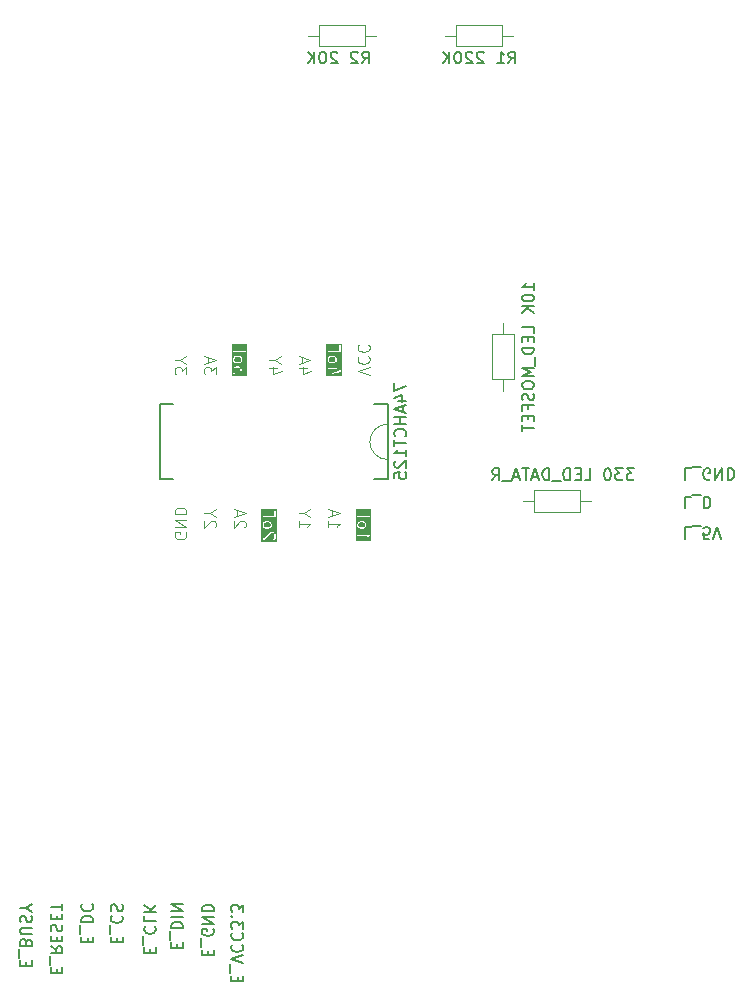
<source format=gbo>
G04 #@! TF.GenerationSoftware,KiCad,Pcbnew,9.0.0*
G04 #@! TF.CreationDate,2025-04-11T21:54:49+02:00*
G04 #@! TF.ProjectId,eConBadge,65436f6e-4261-4646-9765-2e6b69636164,rev?*
G04 #@! TF.SameCoordinates,Original*
G04 #@! TF.FileFunction,Legend,Bot*
G04 #@! TF.FilePolarity,Positive*
%FSLAX46Y46*%
G04 Gerber Fmt 4.6, Leading zero omitted, Abs format (unit mm)*
G04 Created by KiCad (PCBNEW 9.0.0) date 2025-04-11 21:54:49*
%MOMM*%
%LPD*%
G01*
G04 APERTURE LIST*
%ADD10C,0.150000*%
%ADD11C,0.100000*%
%ADD12C,0.127000*%
%ADD13C,0.120000*%
%ADD14C,1.400000*%
%ADD15C,1.550000*%
%ADD16C,1.600000*%
%ADD17R,1.980000X1.980000*%
%ADD18C,1.980000*%
%ADD19R,1.700000X1.700000*%
%ADD20O,1.700000X1.700000*%
%ADD21R,1.500000X1.500000*%
%ADD22R,1.200000X2.000000*%
%ADD23O,1.200000X2.000000*%
%ADD24O,1.400000X1.400000*%
G04 APERTURE END LIST*
D10*
X149953990Y-95963220D02*
X149953990Y-95629887D01*
X149430180Y-95487030D02*
X149430180Y-95963220D01*
X149430180Y-95963220D02*
X150430180Y-95963220D01*
X150430180Y-95963220D02*
X150430180Y-95487030D01*
X149334942Y-95296554D02*
X149334942Y-94534649D01*
X150382561Y-93772744D02*
X150430180Y-93867982D01*
X150430180Y-93867982D02*
X150430180Y-94010839D01*
X150430180Y-94010839D02*
X150382561Y-94153696D01*
X150382561Y-94153696D02*
X150287323Y-94248934D01*
X150287323Y-94248934D02*
X150192085Y-94296553D01*
X150192085Y-94296553D02*
X150001609Y-94344172D01*
X150001609Y-94344172D02*
X149858752Y-94344172D01*
X149858752Y-94344172D02*
X149668276Y-94296553D01*
X149668276Y-94296553D02*
X149573038Y-94248934D01*
X149573038Y-94248934D02*
X149477800Y-94153696D01*
X149477800Y-94153696D02*
X149430180Y-94010839D01*
X149430180Y-94010839D02*
X149430180Y-93915601D01*
X149430180Y-93915601D02*
X149477800Y-93772744D01*
X149477800Y-93772744D02*
X149525419Y-93725125D01*
X149525419Y-93725125D02*
X149858752Y-93725125D01*
X149858752Y-93725125D02*
X149858752Y-93915601D01*
X149430180Y-93296553D02*
X150430180Y-93296553D01*
X150430180Y-93296553D02*
X149430180Y-92725125D01*
X149430180Y-92725125D02*
X150430180Y-92725125D01*
X149430180Y-92248934D02*
X150430180Y-92248934D01*
X150430180Y-92248934D02*
X150430180Y-92010839D01*
X150430180Y-92010839D02*
X150382561Y-91867982D01*
X150382561Y-91867982D02*
X150287323Y-91772744D01*
X150287323Y-91772744D02*
X150192085Y-91725125D01*
X150192085Y-91725125D02*
X150001609Y-91677506D01*
X150001609Y-91677506D02*
X149858752Y-91677506D01*
X149858752Y-91677506D02*
X149668276Y-91725125D01*
X149668276Y-91725125D02*
X149573038Y-91772744D01*
X149573038Y-91772744D02*
X149477800Y-91867982D01*
X149477800Y-91867982D02*
X149430180Y-92010839D01*
X149430180Y-92010839D02*
X149430180Y-92248934D01*
X190812969Y-59730180D02*
X190336779Y-59730180D01*
X190336779Y-59730180D02*
X190336779Y-60730180D01*
X190908208Y-59634942D02*
X191670112Y-59634942D01*
X192384398Y-60730180D02*
X191908208Y-60730180D01*
X191908208Y-60730180D02*
X191860589Y-60253990D01*
X191860589Y-60253990D02*
X191908208Y-60301609D01*
X191908208Y-60301609D02*
X192003446Y-60349228D01*
X192003446Y-60349228D02*
X192241541Y-60349228D01*
X192241541Y-60349228D02*
X192336779Y-60301609D01*
X192336779Y-60301609D02*
X192384398Y-60253990D01*
X192384398Y-60253990D02*
X192432017Y-60158752D01*
X192432017Y-60158752D02*
X192432017Y-59920657D01*
X192432017Y-59920657D02*
X192384398Y-59825419D01*
X192384398Y-59825419D02*
X192336779Y-59777800D01*
X192336779Y-59777800D02*
X192241541Y-59730180D01*
X192241541Y-59730180D02*
X192003446Y-59730180D01*
X192003446Y-59730180D02*
X191908208Y-59777800D01*
X191908208Y-59777800D02*
X191860589Y-59825419D01*
X192717732Y-60730180D02*
X193051065Y-59730180D01*
X193051065Y-59730180D02*
X193384398Y-60730180D01*
X142253990Y-94863220D02*
X142253990Y-94529887D01*
X141730180Y-94387030D02*
X141730180Y-94863220D01*
X141730180Y-94863220D02*
X142730180Y-94863220D01*
X142730180Y-94863220D02*
X142730180Y-94387030D01*
X141634942Y-94196554D02*
X141634942Y-93434649D01*
X141825419Y-92625125D02*
X141777800Y-92672744D01*
X141777800Y-92672744D02*
X141730180Y-92815601D01*
X141730180Y-92815601D02*
X141730180Y-92910839D01*
X141730180Y-92910839D02*
X141777800Y-93053696D01*
X141777800Y-93053696D02*
X141873038Y-93148934D01*
X141873038Y-93148934D02*
X141968276Y-93196553D01*
X141968276Y-93196553D02*
X142158752Y-93244172D01*
X142158752Y-93244172D02*
X142301609Y-93244172D01*
X142301609Y-93244172D02*
X142492085Y-93196553D01*
X142492085Y-93196553D02*
X142587323Y-93148934D01*
X142587323Y-93148934D02*
X142682561Y-93053696D01*
X142682561Y-93053696D02*
X142730180Y-92910839D01*
X142730180Y-92910839D02*
X142730180Y-92815601D01*
X142730180Y-92815601D02*
X142682561Y-92672744D01*
X142682561Y-92672744D02*
X142634942Y-92625125D01*
X141777800Y-92244172D02*
X141730180Y-92101315D01*
X141730180Y-92101315D02*
X141730180Y-91863220D01*
X141730180Y-91863220D02*
X141777800Y-91767982D01*
X141777800Y-91767982D02*
X141825419Y-91720363D01*
X141825419Y-91720363D02*
X141920657Y-91672744D01*
X141920657Y-91672744D02*
X142015895Y-91672744D01*
X142015895Y-91672744D02*
X142111133Y-91720363D01*
X142111133Y-91720363D02*
X142158752Y-91767982D01*
X142158752Y-91767982D02*
X142206371Y-91863220D01*
X142206371Y-91863220D02*
X142253990Y-92053696D01*
X142253990Y-92053696D02*
X142301609Y-92148934D01*
X142301609Y-92148934D02*
X142349228Y-92196553D01*
X142349228Y-92196553D02*
X142444466Y-92244172D01*
X142444466Y-92244172D02*
X142539704Y-92244172D01*
X142539704Y-92244172D02*
X142634942Y-92196553D01*
X142634942Y-92196553D02*
X142682561Y-92148934D01*
X142682561Y-92148934D02*
X142730180Y-92053696D01*
X142730180Y-92053696D02*
X142730180Y-91815601D01*
X142730180Y-91815601D02*
X142682561Y-91672744D01*
X137153990Y-97463220D02*
X137153990Y-97129887D01*
X136630180Y-96987030D02*
X136630180Y-97463220D01*
X136630180Y-97463220D02*
X137630180Y-97463220D01*
X137630180Y-97463220D02*
X137630180Y-96987030D01*
X136534942Y-96796554D02*
X136534942Y-96034649D01*
X136630180Y-95225125D02*
X137106371Y-95558458D01*
X136630180Y-95796553D02*
X137630180Y-95796553D01*
X137630180Y-95796553D02*
X137630180Y-95415601D01*
X137630180Y-95415601D02*
X137582561Y-95320363D01*
X137582561Y-95320363D02*
X137534942Y-95272744D01*
X137534942Y-95272744D02*
X137439704Y-95225125D01*
X137439704Y-95225125D02*
X137296847Y-95225125D01*
X137296847Y-95225125D02*
X137201609Y-95272744D01*
X137201609Y-95272744D02*
X137153990Y-95320363D01*
X137153990Y-95320363D02*
X137106371Y-95415601D01*
X137106371Y-95415601D02*
X137106371Y-95796553D01*
X137153990Y-94796553D02*
X137153990Y-94463220D01*
X136630180Y-94320363D02*
X136630180Y-94796553D01*
X136630180Y-94796553D02*
X137630180Y-94796553D01*
X137630180Y-94796553D02*
X137630180Y-94320363D01*
X136677800Y-93939410D02*
X136630180Y-93796553D01*
X136630180Y-93796553D02*
X136630180Y-93558458D01*
X136630180Y-93558458D02*
X136677800Y-93463220D01*
X136677800Y-93463220D02*
X136725419Y-93415601D01*
X136725419Y-93415601D02*
X136820657Y-93367982D01*
X136820657Y-93367982D02*
X136915895Y-93367982D01*
X136915895Y-93367982D02*
X137011133Y-93415601D01*
X137011133Y-93415601D02*
X137058752Y-93463220D01*
X137058752Y-93463220D02*
X137106371Y-93558458D01*
X137106371Y-93558458D02*
X137153990Y-93748934D01*
X137153990Y-93748934D02*
X137201609Y-93844172D01*
X137201609Y-93844172D02*
X137249228Y-93891791D01*
X137249228Y-93891791D02*
X137344466Y-93939410D01*
X137344466Y-93939410D02*
X137439704Y-93939410D01*
X137439704Y-93939410D02*
X137534942Y-93891791D01*
X137534942Y-93891791D02*
X137582561Y-93844172D01*
X137582561Y-93844172D02*
X137630180Y-93748934D01*
X137630180Y-93748934D02*
X137630180Y-93510839D01*
X137630180Y-93510839D02*
X137582561Y-93367982D01*
X137153990Y-92939410D02*
X137153990Y-92606077D01*
X136630180Y-92463220D02*
X136630180Y-92939410D01*
X136630180Y-92939410D02*
X137630180Y-92939410D01*
X137630180Y-92939410D02*
X137630180Y-92463220D01*
X137630180Y-92177505D02*
X137630180Y-91606077D01*
X136630180Y-91891791D02*
X137630180Y-91891791D01*
X134553990Y-96863220D02*
X134553990Y-96529887D01*
X134030180Y-96387030D02*
X134030180Y-96863220D01*
X134030180Y-96863220D02*
X135030180Y-96863220D01*
X135030180Y-96863220D02*
X135030180Y-96387030D01*
X133934942Y-96196554D02*
X133934942Y-95434649D01*
X134553990Y-94863220D02*
X134506371Y-94720363D01*
X134506371Y-94720363D02*
X134458752Y-94672744D01*
X134458752Y-94672744D02*
X134363514Y-94625125D01*
X134363514Y-94625125D02*
X134220657Y-94625125D01*
X134220657Y-94625125D02*
X134125419Y-94672744D01*
X134125419Y-94672744D02*
X134077800Y-94720363D01*
X134077800Y-94720363D02*
X134030180Y-94815601D01*
X134030180Y-94815601D02*
X134030180Y-95196553D01*
X134030180Y-95196553D02*
X135030180Y-95196553D01*
X135030180Y-95196553D02*
X135030180Y-94863220D01*
X135030180Y-94863220D02*
X134982561Y-94767982D01*
X134982561Y-94767982D02*
X134934942Y-94720363D01*
X134934942Y-94720363D02*
X134839704Y-94672744D01*
X134839704Y-94672744D02*
X134744466Y-94672744D01*
X134744466Y-94672744D02*
X134649228Y-94720363D01*
X134649228Y-94720363D02*
X134601609Y-94767982D01*
X134601609Y-94767982D02*
X134553990Y-94863220D01*
X134553990Y-94863220D02*
X134553990Y-95196553D01*
X135030180Y-94196553D02*
X134220657Y-94196553D01*
X134220657Y-94196553D02*
X134125419Y-94148934D01*
X134125419Y-94148934D02*
X134077800Y-94101315D01*
X134077800Y-94101315D02*
X134030180Y-94006077D01*
X134030180Y-94006077D02*
X134030180Y-93815601D01*
X134030180Y-93815601D02*
X134077800Y-93720363D01*
X134077800Y-93720363D02*
X134125419Y-93672744D01*
X134125419Y-93672744D02*
X134220657Y-93625125D01*
X134220657Y-93625125D02*
X135030180Y-93625125D01*
X134077800Y-93196553D02*
X134030180Y-93053696D01*
X134030180Y-93053696D02*
X134030180Y-92815601D01*
X134030180Y-92815601D02*
X134077800Y-92720363D01*
X134077800Y-92720363D02*
X134125419Y-92672744D01*
X134125419Y-92672744D02*
X134220657Y-92625125D01*
X134220657Y-92625125D02*
X134315895Y-92625125D01*
X134315895Y-92625125D02*
X134411133Y-92672744D01*
X134411133Y-92672744D02*
X134458752Y-92720363D01*
X134458752Y-92720363D02*
X134506371Y-92815601D01*
X134506371Y-92815601D02*
X134553990Y-93006077D01*
X134553990Y-93006077D02*
X134601609Y-93101315D01*
X134601609Y-93101315D02*
X134649228Y-93148934D01*
X134649228Y-93148934D02*
X134744466Y-93196553D01*
X134744466Y-93196553D02*
X134839704Y-93196553D01*
X134839704Y-93196553D02*
X134934942Y-93148934D01*
X134934942Y-93148934D02*
X134982561Y-93101315D01*
X134982561Y-93101315D02*
X135030180Y-93006077D01*
X135030180Y-93006077D02*
X135030180Y-92767982D01*
X135030180Y-92767982D02*
X134982561Y-92625125D01*
X134506371Y-92006077D02*
X134030180Y-92006077D01*
X135030180Y-92339410D02*
X134506371Y-92006077D01*
X134506371Y-92006077D02*
X135030180Y-91672744D01*
X139753990Y-94863220D02*
X139753990Y-94529887D01*
X139230180Y-94387030D02*
X139230180Y-94863220D01*
X139230180Y-94863220D02*
X140230180Y-94863220D01*
X140230180Y-94863220D02*
X140230180Y-94387030D01*
X139134942Y-94196554D02*
X139134942Y-93434649D01*
X139230180Y-93196553D02*
X140230180Y-93196553D01*
X140230180Y-93196553D02*
X140230180Y-92958458D01*
X140230180Y-92958458D02*
X140182561Y-92815601D01*
X140182561Y-92815601D02*
X140087323Y-92720363D01*
X140087323Y-92720363D02*
X139992085Y-92672744D01*
X139992085Y-92672744D02*
X139801609Y-92625125D01*
X139801609Y-92625125D02*
X139658752Y-92625125D01*
X139658752Y-92625125D02*
X139468276Y-92672744D01*
X139468276Y-92672744D02*
X139373038Y-92720363D01*
X139373038Y-92720363D02*
X139277800Y-92815601D01*
X139277800Y-92815601D02*
X139230180Y-92958458D01*
X139230180Y-92958458D02*
X139230180Y-93196553D01*
X139325419Y-91625125D02*
X139277800Y-91672744D01*
X139277800Y-91672744D02*
X139230180Y-91815601D01*
X139230180Y-91815601D02*
X139230180Y-91910839D01*
X139230180Y-91910839D02*
X139277800Y-92053696D01*
X139277800Y-92053696D02*
X139373038Y-92148934D01*
X139373038Y-92148934D02*
X139468276Y-92196553D01*
X139468276Y-92196553D02*
X139658752Y-92244172D01*
X139658752Y-92244172D02*
X139801609Y-92244172D01*
X139801609Y-92244172D02*
X139992085Y-92196553D01*
X139992085Y-92196553D02*
X140087323Y-92148934D01*
X140087323Y-92148934D02*
X140182561Y-92053696D01*
X140182561Y-92053696D02*
X140230180Y-91910839D01*
X140230180Y-91910839D02*
X140230180Y-91815601D01*
X140230180Y-91815601D02*
X140182561Y-91672744D01*
X140182561Y-91672744D02*
X140134942Y-91625125D01*
X152453990Y-98163220D02*
X152453990Y-97829887D01*
X151930180Y-97687030D02*
X151930180Y-98163220D01*
X151930180Y-98163220D02*
X152930180Y-98163220D01*
X152930180Y-98163220D02*
X152930180Y-97687030D01*
X151834942Y-97496554D02*
X151834942Y-96734649D01*
X152930180Y-96639410D02*
X151930180Y-96306077D01*
X151930180Y-96306077D02*
X152930180Y-95972744D01*
X152025419Y-95067982D02*
X151977800Y-95115601D01*
X151977800Y-95115601D02*
X151930180Y-95258458D01*
X151930180Y-95258458D02*
X151930180Y-95353696D01*
X151930180Y-95353696D02*
X151977800Y-95496553D01*
X151977800Y-95496553D02*
X152073038Y-95591791D01*
X152073038Y-95591791D02*
X152168276Y-95639410D01*
X152168276Y-95639410D02*
X152358752Y-95687029D01*
X152358752Y-95687029D02*
X152501609Y-95687029D01*
X152501609Y-95687029D02*
X152692085Y-95639410D01*
X152692085Y-95639410D02*
X152787323Y-95591791D01*
X152787323Y-95591791D02*
X152882561Y-95496553D01*
X152882561Y-95496553D02*
X152930180Y-95353696D01*
X152930180Y-95353696D02*
X152930180Y-95258458D01*
X152930180Y-95258458D02*
X152882561Y-95115601D01*
X152882561Y-95115601D02*
X152834942Y-95067982D01*
X152025419Y-94067982D02*
X151977800Y-94115601D01*
X151977800Y-94115601D02*
X151930180Y-94258458D01*
X151930180Y-94258458D02*
X151930180Y-94353696D01*
X151930180Y-94353696D02*
X151977800Y-94496553D01*
X151977800Y-94496553D02*
X152073038Y-94591791D01*
X152073038Y-94591791D02*
X152168276Y-94639410D01*
X152168276Y-94639410D02*
X152358752Y-94687029D01*
X152358752Y-94687029D02*
X152501609Y-94687029D01*
X152501609Y-94687029D02*
X152692085Y-94639410D01*
X152692085Y-94639410D02*
X152787323Y-94591791D01*
X152787323Y-94591791D02*
X152882561Y-94496553D01*
X152882561Y-94496553D02*
X152930180Y-94353696D01*
X152930180Y-94353696D02*
X152930180Y-94258458D01*
X152930180Y-94258458D02*
X152882561Y-94115601D01*
X152882561Y-94115601D02*
X152834942Y-94067982D01*
X152930180Y-93734648D02*
X152930180Y-93115601D01*
X152930180Y-93115601D02*
X152549228Y-93448934D01*
X152549228Y-93448934D02*
X152549228Y-93306077D01*
X152549228Y-93306077D02*
X152501609Y-93210839D01*
X152501609Y-93210839D02*
X152453990Y-93163220D01*
X152453990Y-93163220D02*
X152358752Y-93115601D01*
X152358752Y-93115601D02*
X152120657Y-93115601D01*
X152120657Y-93115601D02*
X152025419Y-93163220D01*
X152025419Y-93163220D02*
X151977800Y-93210839D01*
X151977800Y-93210839D02*
X151930180Y-93306077D01*
X151930180Y-93306077D02*
X151930180Y-93591791D01*
X151930180Y-93591791D02*
X151977800Y-93687029D01*
X151977800Y-93687029D02*
X152025419Y-93734648D01*
X152025419Y-92687029D02*
X151977800Y-92639410D01*
X151977800Y-92639410D02*
X151930180Y-92687029D01*
X151930180Y-92687029D02*
X151977800Y-92734648D01*
X151977800Y-92734648D02*
X152025419Y-92687029D01*
X152025419Y-92687029D02*
X151930180Y-92687029D01*
X152930180Y-92306077D02*
X152930180Y-91687030D01*
X152930180Y-91687030D02*
X152549228Y-92020363D01*
X152549228Y-92020363D02*
X152549228Y-91877506D01*
X152549228Y-91877506D02*
X152501609Y-91782268D01*
X152501609Y-91782268D02*
X152453990Y-91734649D01*
X152453990Y-91734649D02*
X152358752Y-91687030D01*
X152358752Y-91687030D02*
X152120657Y-91687030D01*
X152120657Y-91687030D02*
X152025419Y-91734649D01*
X152025419Y-91734649D02*
X151977800Y-91782268D01*
X151977800Y-91782268D02*
X151930180Y-91877506D01*
X151930180Y-91877506D02*
X151930180Y-92163220D01*
X151930180Y-92163220D02*
X151977800Y-92258458D01*
X151977800Y-92258458D02*
X152025419Y-92306077D01*
X147353990Y-95363220D02*
X147353990Y-95029887D01*
X146830180Y-94887030D02*
X146830180Y-95363220D01*
X146830180Y-95363220D02*
X147830180Y-95363220D01*
X147830180Y-95363220D02*
X147830180Y-94887030D01*
X146734942Y-94696554D02*
X146734942Y-93934649D01*
X146830180Y-93696553D02*
X147830180Y-93696553D01*
X147830180Y-93696553D02*
X147830180Y-93458458D01*
X147830180Y-93458458D02*
X147782561Y-93315601D01*
X147782561Y-93315601D02*
X147687323Y-93220363D01*
X147687323Y-93220363D02*
X147592085Y-93172744D01*
X147592085Y-93172744D02*
X147401609Y-93125125D01*
X147401609Y-93125125D02*
X147258752Y-93125125D01*
X147258752Y-93125125D02*
X147068276Y-93172744D01*
X147068276Y-93172744D02*
X146973038Y-93220363D01*
X146973038Y-93220363D02*
X146877800Y-93315601D01*
X146877800Y-93315601D02*
X146830180Y-93458458D01*
X146830180Y-93458458D02*
X146830180Y-93696553D01*
X146830180Y-92696553D02*
X147830180Y-92696553D01*
X146830180Y-92220363D02*
X147830180Y-92220363D01*
X147830180Y-92220363D02*
X146830180Y-91648935D01*
X146830180Y-91648935D02*
X147830180Y-91648935D01*
X190812969Y-57130180D02*
X190336779Y-57130180D01*
X190336779Y-57130180D02*
X190336779Y-58130180D01*
X190908208Y-57034942D02*
X191670112Y-57034942D01*
X191908208Y-57130180D02*
X191908208Y-58130180D01*
X191908208Y-58130180D02*
X192146303Y-58130180D01*
X192146303Y-58130180D02*
X192289160Y-58082561D01*
X192289160Y-58082561D02*
X192384398Y-57987323D01*
X192384398Y-57987323D02*
X192432017Y-57892085D01*
X192432017Y-57892085D02*
X192479636Y-57701609D01*
X192479636Y-57701609D02*
X192479636Y-57558752D01*
X192479636Y-57558752D02*
X192432017Y-57368276D01*
X192432017Y-57368276D02*
X192384398Y-57273038D01*
X192384398Y-57273038D02*
X192289160Y-57177800D01*
X192289160Y-57177800D02*
X192146303Y-57130180D01*
X192146303Y-57130180D02*
X191908208Y-57130180D01*
X190812969Y-54730180D02*
X190336779Y-54730180D01*
X190336779Y-54730180D02*
X190336779Y-55730180D01*
X190908208Y-54634942D02*
X191670112Y-54634942D01*
X192432017Y-55682561D02*
X192336779Y-55730180D01*
X192336779Y-55730180D02*
X192193922Y-55730180D01*
X192193922Y-55730180D02*
X192051065Y-55682561D01*
X192051065Y-55682561D02*
X191955827Y-55587323D01*
X191955827Y-55587323D02*
X191908208Y-55492085D01*
X191908208Y-55492085D02*
X191860589Y-55301609D01*
X191860589Y-55301609D02*
X191860589Y-55158752D01*
X191860589Y-55158752D02*
X191908208Y-54968276D01*
X191908208Y-54968276D02*
X191955827Y-54873038D01*
X191955827Y-54873038D02*
X192051065Y-54777800D01*
X192051065Y-54777800D02*
X192193922Y-54730180D01*
X192193922Y-54730180D02*
X192289160Y-54730180D01*
X192289160Y-54730180D02*
X192432017Y-54777800D01*
X192432017Y-54777800D02*
X192479636Y-54825419D01*
X192479636Y-54825419D02*
X192479636Y-55158752D01*
X192479636Y-55158752D02*
X192289160Y-55158752D01*
X192908208Y-54730180D02*
X192908208Y-55730180D01*
X192908208Y-55730180D02*
X193479636Y-54730180D01*
X193479636Y-54730180D02*
X193479636Y-55730180D01*
X193955827Y-54730180D02*
X193955827Y-55730180D01*
X193955827Y-55730180D02*
X194193922Y-55730180D01*
X194193922Y-55730180D02*
X194336779Y-55682561D01*
X194336779Y-55682561D02*
X194432017Y-55587323D01*
X194432017Y-55587323D02*
X194479636Y-55492085D01*
X194479636Y-55492085D02*
X194527255Y-55301609D01*
X194527255Y-55301609D02*
X194527255Y-55158752D01*
X194527255Y-55158752D02*
X194479636Y-54968276D01*
X194479636Y-54968276D02*
X194432017Y-54873038D01*
X194432017Y-54873038D02*
X194336779Y-54777800D01*
X194336779Y-54777800D02*
X194193922Y-54730180D01*
X194193922Y-54730180D02*
X193955827Y-54730180D01*
X145053990Y-95763220D02*
X145053990Y-95429887D01*
X144530180Y-95287030D02*
X144530180Y-95763220D01*
X144530180Y-95763220D02*
X145530180Y-95763220D01*
X145530180Y-95763220D02*
X145530180Y-95287030D01*
X144434942Y-95096554D02*
X144434942Y-94334649D01*
X144625419Y-93525125D02*
X144577800Y-93572744D01*
X144577800Y-93572744D02*
X144530180Y-93715601D01*
X144530180Y-93715601D02*
X144530180Y-93810839D01*
X144530180Y-93810839D02*
X144577800Y-93953696D01*
X144577800Y-93953696D02*
X144673038Y-94048934D01*
X144673038Y-94048934D02*
X144768276Y-94096553D01*
X144768276Y-94096553D02*
X144958752Y-94144172D01*
X144958752Y-94144172D02*
X145101609Y-94144172D01*
X145101609Y-94144172D02*
X145292085Y-94096553D01*
X145292085Y-94096553D02*
X145387323Y-94048934D01*
X145387323Y-94048934D02*
X145482561Y-93953696D01*
X145482561Y-93953696D02*
X145530180Y-93810839D01*
X145530180Y-93810839D02*
X145530180Y-93715601D01*
X145530180Y-93715601D02*
X145482561Y-93572744D01*
X145482561Y-93572744D02*
X145434942Y-93525125D01*
X144530180Y-92620363D02*
X144530180Y-93096553D01*
X144530180Y-93096553D02*
X145530180Y-93096553D01*
X144530180Y-92287029D02*
X145530180Y-92287029D01*
X144530180Y-91715601D02*
X145101609Y-92144172D01*
X145530180Y-91715601D02*
X144958752Y-92287029D01*
X165729819Y-47547619D02*
X165729819Y-48214285D01*
X165729819Y-48214285D02*
X166729819Y-47785714D01*
X166063152Y-49023809D02*
X166729819Y-49023809D01*
X165682200Y-48785714D02*
X166396485Y-48547619D01*
X166396485Y-48547619D02*
X166396485Y-49166666D01*
X166444104Y-49500000D02*
X166444104Y-49976190D01*
X166729819Y-49404762D02*
X165729819Y-49738095D01*
X165729819Y-49738095D02*
X166729819Y-50071428D01*
X166729819Y-50404762D02*
X165729819Y-50404762D01*
X166206009Y-50404762D02*
X166206009Y-50976190D01*
X166729819Y-50976190D02*
X165729819Y-50976190D01*
X166634580Y-52023809D02*
X166682200Y-51976190D01*
X166682200Y-51976190D02*
X166729819Y-51833333D01*
X166729819Y-51833333D02*
X166729819Y-51738095D01*
X166729819Y-51738095D02*
X166682200Y-51595238D01*
X166682200Y-51595238D02*
X166586961Y-51500000D01*
X166586961Y-51500000D02*
X166491723Y-51452381D01*
X166491723Y-51452381D02*
X166301247Y-51404762D01*
X166301247Y-51404762D02*
X166158390Y-51404762D01*
X166158390Y-51404762D02*
X165967914Y-51452381D01*
X165967914Y-51452381D02*
X165872676Y-51500000D01*
X165872676Y-51500000D02*
X165777438Y-51595238D01*
X165777438Y-51595238D02*
X165729819Y-51738095D01*
X165729819Y-51738095D02*
X165729819Y-51833333D01*
X165729819Y-51833333D02*
X165777438Y-51976190D01*
X165777438Y-51976190D02*
X165825057Y-52023809D01*
X165729819Y-52309524D02*
X165729819Y-52880952D01*
X166729819Y-52595238D02*
X165729819Y-52595238D01*
X166729819Y-53738095D02*
X166729819Y-53166667D01*
X166729819Y-53452381D02*
X165729819Y-53452381D01*
X165729819Y-53452381D02*
X165872676Y-53357143D01*
X165872676Y-53357143D02*
X165967914Y-53261905D01*
X165967914Y-53261905D02*
X166015533Y-53166667D01*
X165825057Y-54119048D02*
X165777438Y-54166667D01*
X165777438Y-54166667D02*
X165729819Y-54261905D01*
X165729819Y-54261905D02*
X165729819Y-54500000D01*
X165729819Y-54500000D02*
X165777438Y-54595238D01*
X165777438Y-54595238D02*
X165825057Y-54642857D01*
X165825057Y-54642857D02*
X165920295Y-54690476D01*
X165920295Y-54690476D02*
X166015533Y-54690476D01*
X166015533Y-54690476D02*
X166158390Y-54642857D01*
X166158390Y-54642857D02*
X166729819Y-54071429D01*
X166729819Y-54071429D02*
X166729819Y-54690476D01*
X165729819Y-55595238D02*
X165729819Y-55119048D01*
X165729819Y-55119048D02*
X166206009Y-55071429D01*
X166206009Y-55071429D02*
X166158390Y-55119048D01*
X166158390Y-55119048D02*
X166110771Y-55214286D01*
X166110771Y-55214286D02*
X166110771Y-55452381D01*
X166110771Y-55452381D02*
X166158390Y-55547619D01*
X166158390Y-55547619D02*
X166206009Y-55595238D01*
X166206009Y-55595238D02*
X166301247Y-55642857D01*
X166301247Y-55642857D02*
X166539342Y-55642857D01*
X166539342Y-55642857D02*
X166634580Y-55595238D01*
X166634580Y-55595238D02*
X166682200Y-55547619D01*
X166682200Y-55547619D02*
X166729819Y-55452381D01*
X166729819Y-55452381D02*
X166729819Y-55214286D01*
X166729819Y-55214286D02*
X166682200Y-55119048D01*
X166682200Y-55119048D02*
X166634580Y-55071429D01*
D11*
X148079961Y-60172306D02*
X148127580Y-60267544D01*
X148127580Y-60267544D02*
X148127580Y-60410401D01*
X148127580Y-60410401D02*
X148079961Y-60553258D01*
X148079961Y-60553258D02*
X147984723Y-60648496D01*
X147984723Y-60648496D02*
X147889485Y-60696115D01*
X147889485Y-60696115D02*
X147699009Y-60743734D01*
X147699009Y-60743734D02*
X147556152Y-60743734D01*
X147556152Y-60743734D02*
X147365676Y-60696115D01*
X147365676Y-60696115D02*
X147270438Y-60648496D01*
X147270438Y-60648496D02*
X147175200Y-60553258D01*
X147175200Y-60553258D02*
X147127580Y-60410401D01*
X147127580Y-60410401D02*
X147127580Y-60315163D01*
X147127580Y-60315163D02*
X147175200Y-60172306D01*
X147175200Y-60172306D02*
X147222819Y-60124687D01*
X147222819Y-60124687D02*
X147556152Y-60124687D01*
X147556152Y-60124687D02*
X147556152Y-60315163D01*
X147127580Y-59696115D02*
X148127580Y-59696115D01*
X148127580Y-59696115D02*
X147127580Y-59124687D01*
X147127580Y-59124687D02*
X148127580Y-59124687D01*
X147127580Y-58648496D02*
X148127580Y-58648496D01*
X148127580Y-58648496D02*
X148127580Y-58410401D01*
X148127580Y-58410401D02*
X148079961Y-58267544D01*
X148079961Y-58267544D02*
X147984723Y-58172306D01*
X147984723Y-58172306D02*
X147889485Y-58124687D01*
X147889485Y-58124687D02*
X147699009Y-58077068D01*
X147699009Y-58077068D02*
X147556152Y-58077068D01*
X147556152Y-58077068D02*
X147365676Y-58124687D01*
X147365676Y-58124687D02*
X147270438Y-58172306D01*
X147270438Y-58172306D02*
X147175200Y-58267544D01*
X147175200Y-58267544D02*
X147127580Y-58410401D01*
X147127580Y-58410401D02*
X147127580Y-58648496D01*
X163627580Y-46838972D02*
X162627580Y-46505639D01*
X162627580Y-46505639D02*
X163627580Y-46172306D01*
X162722819Y-45267544D02*
X162675200Y-45315163D01*
X162675200Y-45315163D02*
X162627580Y-45458020D01*
X162627580Y-45458020D02*
X162627580Y-45553258D01*
X162627580Y-45553258D02*
X162675200Y-45696115D01*
X162675200Y-45696115D02*
X162770438Y-45791353D01*
X162770438Y-45791353D02*
X162865676Y-45838972D01*
X162865676Y-45838972D02*
X163056152Y-45886591D01*
X163056152Y-45886591D02*
X163199009Y-45886591D01*
X163199009Y-45886591D02*
X163389485Y-45838972D01*
X163389485Y-45838972D02*
X163484723Y-45791353D01*
X163484723Y-45791353D02*
X163579961Y-45696115D01*
X163579961Y-45696115D02*
X163627580Y-45553258D01*
X163627580Y-45553258D02*
X163627580Y-45458020D01*
X163627580Y-45458020D02*
X163579961Y-45315163D01*
X163579961Y-45315163D02*
X163532342Y-45267544D01*
X162722819Y-44267544D02*
X162675200Y-44315163D01*
X162675200Y-44315163D02*
X162627580Y-44458020D01*
X162627580Y-44458020D02*
X162627580Y-44553258D01*
X162627580Y-44553258D02*
X162675200Y-44696115D01*
X162675200Y-44696115D02*
X162770438Y-44791353D01*
X162770438Y-44791353D02*
X162865676Y-44838972D01*
X162865676Y-44838972D02*
X163056152Y-44886591D01*
X163056152Y-44886591D02*
X163199009Y-44886591D01*
X163199009Y-44886591D02*
X163389485Y-44838972D01*
X163389485Y-44838972D02*
X163484723Y-44791353D01*
X163484723Y-44791353D02*
X163579961Y-44696115D01*
X163579961Y-44696115D02*
X163627580Y-44553258D01*
X163627580Y-44553258D02*
X163627580Y-44458020D01*
X163627580Y-44458020D02*
X163579961Y-44315163D01*
X163579961Y-44315163D02*
X163532342Y-44267544D01*
G36*
X160669391Y-45356255D02*
G01*
X160705535Y-45392400D01*
X160744247Y-45469823D01*
X160744247Y-45589073D01*
X160705535Y-45666496D01*
X160669391Y-45702641D01*
X160591968Y-45741353D01*
X160329861Y-45741353D01*
X160252437Y-45702641D01*
X160216292Y-45666497D01*
X160177580Y-45589073D01*
X160177580Y-45469823D01*
X160216292Y-45392399D01*
X160252437Y-45356255D01*
X160329861Y-45317544D01*
X160591968Y-45317544D01*
X160669391Y-45356255D01*
G37*
G36*
X161336185Y-46904719D02*
G01*
X159966469Y-46904719D01*
X159966469Y-46248410D01*
X160081386Y-46248410D01*
X160081386Y-46286678D01*
X160108446Y-46313738D01*
X160127580Y-46317544D01*
X160410914Y-46317544D01*
X160410914Y-46743734D01*
X160414720Y-46762868D01*
X160420538Y-46768686D01*
X160423141Y-46776494D01*
X160433550Y-46781698D01*
X160441780Y-46789928D01*
X160450010Y-46789928D01*
X160457370Y-46793608D01*
X160476725Y-46791168D01*
X161191011Y-46553073D01*
X161207959Y-46543412D01*
X161225074Y-46509183D01*
X161212972Y-46472879D01*
X161178744Y-46455765D01*
X161159388Y-46458205D01*
X160510914Y-46674363D01*
X160510914Y-46317544D01*
X160794247Y-46317544D01*
X160813381Y-46313738D01*
X160840441Y-46286678D01*
X160840441Y-46248410D01*
X160813381Y-46221350D01*
X160794247Y-46217544D01*
X160510914Y-46217544D01*
X160510914Y-46124687D01*
X160507108Y-46105553D01*
X160480048Y-46078493D01*
X160441780Y-46078493D01*
X160414720Y-46105553D01*
X160410914Y-46124687D01*
X160410914Y-46217544D01*
X160127580Y-46217544D01*
X160108446Y-46221350D01*
X160081386Y-46248410D01*
X159966469Y-46248410D01*
X159966469Y-45458020D01*
X160077580Y-45458020D01*
X160077580Y-45600877D01*
X160078068Y-45603333D01*
X160077706Y-45604422D01*
X160079822Y-45612149D01*
X160081386Y-45620011D01*
X160082197Y-45620822D01*
X160082859Y-45623238D01*
X160130479Y-45718476D01*
X160135394Y-45724810D01*
X160139845Y-45731470D01*
X160187463Y-45779089D01*
X160194129Y-45783543D01*
X160200458Y-45788455D01*
X160295696Y-45836074D01*
X160298111Y-45836735D01*
X160298923Y-45837547D01*
X160306784Y-45839110D01*
X160314512Y-45841227D01*
X160315600Y-45840864D01*
X160318057Y-45841353D01*
X160603771Y-45841353D01*
X160606227Y-45840864D01*
X160607316Y-45841227D01*
X160615043Y-45839110D01*
X160622905Y-45837547D01*
X160623716Y-45836735D01*
X160626132Y-45836074D01*
X160721369Y-45788456D01*
X160727702Y-45783540D01*
X160734364Y-45779089D01*
X160781983Y-45731471D01*
X160786437Y-45724804D01*
X160791349Y-45718476D01*
X160838968Y-45623238D01*
X160839629Y-45620822D01*
X160840441Y-45620011D01*
X160842004Y-45612149D01*
X160844121Y-45604422D01*
X160843758Y-45603333D01*
X160844247Y-45600877D01*
X160844247Y-45458020D01*
X160843758Y-45455563D01*
X160844121Y-45454475D01*
X160842004Y-45446747D01*
X160840441Y-45438886D01*
X160839629Y-45438074D01*
X160838968Y-45435659D01*
X160791349Y-45340421D01*
X160786437Y-45334092D01*
X160781983Y-45327426D01*
X160734364Y-45279808D01*
X160727702Y-45275356D01*
X160721369Y-45270441D01*
X160626132Y-45222823D01*
X160623716Y-45222161D01*
X160622905Y-45221350D01*
X160615043Y-45219786D01*
X160607316Y-45217670D01*
X160606227Y-45218032D01*
X160603771Y-45217544D01*
X160318057Y-45217544D01*
X160315600Y-45218032D01*
X160314512Y-45217670D01*
X160306784Y-45219786D01*
X160298923Y-45221350D01*
X160298111Y-45222161D01*
X160295696Y-45222823D01*
X160200458Y-45270442D01*
X160194129Y-45275353D01*
X160187463Y-45279808D01*
X160139845Y-45327427D01*
X160135394Y-45334086D01*
X160130479Y-45340421D01*
X160082859Y-45435659D01*
X160082197Y-45438074D01*
X160081386Y-45438886D01*
X160079822Y-45446747D01*
X160077706Y-45454475D01*
X160078068Y-45455563D01*
X160077580Y-45458020D01*
X159966469Y-45458020D01*
X159966469Y-44362782D01*
X160077580Y-44362782D01*
X160077580Y-44838972D01*
X160081386Y-44858106D01*
X160108446Y-44885166D01*
X160127580Y-44888972D01*
X161127580Y-44888972D01*
X161146714Y-44885166D01*
X161173774Y-44858106D01*
X161177580Y-44838972D01*
X161177580Y-44362782D01*
X161173774Y-44343648D01*
X161146714Y-44316588D01*
X161108446Y-44316588D01*
X161081386Y-44343648D01*
X161077580Y-44362782D01*
X161077580Y-44788972D01*
X160701390Y-44788972D01*
X160701390Y-44505639D01*
X160697584Y-44486505D01*
X160670524Y-44459445D01*
X160632256Y-44459445D01*
X160605196Y-44486505D01*
X160601390Y-44505639D01*
X160601390Y-44788972D01*
X160177580Y-44788972D01*
X160177580Y-44362782D01*
X160173774Y-44343648D01*
X160146714Y-44316588D01*
X160108446Y-44316588D01*
X160081386Y-44343648D01*
X160077580Y-44362782D01*
X159966469Y-44362782D01*
X159966469Y-44205477D01*
X161336185Y-44205477D01*
X161336185Y-46904719D01*
G37*
X158294247Y-46267544D02*
X157627580Y-46267544D01*
X158675200Y-46505639D02*
X157960914Y-46743734D01*
X157960914Y-46743734D02*
X157960914Y-46124687D01*
X157913295Y-45791353D02*
X157913295Y-45315163D01*
X157627580Y-45886591D02*
X158627580Y-45553258D01*
X158627580Y-45553258D02*
X157627580Y-45219925D01*
X155794247Y-46267544D02*
X155127580Y-46267544D01*
X156175200Y-46505639D02*
X155460914Y-46743734D01*
X155460914Y-46743734D02*
X155460914Y-46124687D01*
X155603771Y-45553258D02*
X155127580Y-45553258D01*
X156127580Y-45886591D02*
X155603771Y-45553258D01*
X155603771Y-45553258D02*
X156127580Y-45219925D01*
G36*
X152669391Y-45356255D02*
G01*
X152705535Y-45392400D01*
X152744247Y-45469823D01*
X152744247Y-45589073D01*
X152705535Y-45666496D01*
X152669391Y-45702641D01*
X152591968Y-45741353D01*
X152329861Y-45741353D01*
X152252437Y-45702641D01*
X152216292Y-45666497D01*
X152177580Y-45589073D01*
X152177580Y-45469823D01*
X152216292Y-45392399D01*
X152252437Y-45356255D01*
X152329861Y-45317544D01*
X152591968Y-45317544D01*
X152669391Y-45356255D01*
G37*
G36*
X153288691Y-46948658D02*
G01*
X151966469Y-46948658D01*
X151966469Y-46362782D01*
X152077580Y-46362782D01*
X152077580Y-46648496D01*
X152078068Y-46650952D01*
X152077706Y-46652041D01*
X152079822Y-46659768D01*
X152081386Y-46667630D01*
X152082197Y-46668441D01*
X152082859Y-46670857D01*
X152130479Y-46766095D01*
X152135394Y-46772429D01*
X152139845Y-46779089D01*
X152187463Y-46826708D01*
X152203684Y-46837547D01*
X152241953Y-46837547D01*
X152269013Y-46810487D01*
X152269013Y-46772218D01*
X152258174Y-46755997D01*
X152216292Y-46714116D01*
X152177580Y-46636692D01*
X152177580Y-46374585D01*
X152216292Y-46297161D01*
X152252437Y-46261017D01*
X152329861Y-46222306D01*
X152544349Y-46222306D01*
X152621772Y-46261017D01*
X152657916Y-46297162D01*
X152696628Y-46374585D01*
X152696628Y-46505639D01*
X152699402Y-46519585D01*
X152699264Y-46521658D01*
X152699976Y-46522472D01*
X152700434Y-46524773D01*
X152712874Y-46537213D01*
X152724463Y-46550458D01*
X152726237Y-46550576D01*
X152727494Y-46551833D01*
X152745093Y-46551833D01*
X152762647Y-46553003D01*
X152764679Y-46551833D01*
X152765762Y-46551833D01*
X152767232Y-46550362D01*
X152779553Y-46543268D01*
X153077580Y-46282494D01*
X153077580Y-46791353D01*
X153081386Y-46810487D01*
X153108446Y-46837547D01*
X153146714Y-46837547D01*
X153173774Y-46810487D01*
X153177580Y-46791353D01*
X153177580Y-46172306D01*
X153174805Y-46158359D01*
X153174944Y-46156287D01*
X153174231Y-46155472D01*
X153173774Y-46153172D01*
X153161333Y-46140731D01*
X153149745Y-46127487D01*
X153147970Y-46127368D01*
X153146714Y-46126112D01*
X153129115Y-46126112D01*
X153111561Y-46124942D01*
X153109529Y-46126112D01*
X153108446Y-46126112D01*
X153106975Y-46127582D01*
X153094655Y-46134677D01*
X152796628Y-46395450D01*
X152796628Y-46362782D01*
X152796139Y-46360325D01*
X152796502Y-46359237D01*
X152794385Y-46351509D01*
X152792822Y-46343648D01*
X152792010Y-46342836D01*
X152791349Y-46340421D01*
X152743730Y-46245183D01*
X152738818Y-46238854D01*
X152734364Y-46232188D01*
X152686745Y-46184570D01*
X152680083Y-46180118D01*
X152673750Y-46175203D01*
X152578513Y-46127585D01*
X152576097Y-46126923D01*
X152575286Y-46126112D01*
X152567424Y-46124548D01*
X152559697Y-46122432D01*
X152558608Y-46122794D01*
X152556152Y-46122306D01*
X152318057Y-46122306D01*
X152315600Y-46122794D01*
X152314512Y-46122432D01*
X152306784Y-46124548D01*
X152298923Y-46126112D01*
X152298111Y-46126923D01*
X152295696Y-46127585D01*
X152200458Y-46175204D01*
X152194129Y-46180115D01*
X152187463Y-46184570D01*
X152139845Y-46232189D01*
X152135394Y-46238848D01*
X152130479Y-46245183D01*
X152082859Y-46340421D01*
X152082197Y-46342836D01*
X152081386Y-46343648D01*
X152079822Y-46351509D01*
X152077706Y-46359237D01*
X152078068Y-46360325D01*
X152077580Y-46362782D01*
X151966469Y-46362782D01*
X151966469Y-45458020D01*
X152077580Y-45458020D01*
X152077580Y-45600877D01*
X152078068Y-45603333D01*
X152077706Y-45604422D01*
X152079822Y-45612149D01*
X152081386Y-45620011D01*
X152082197Y-45620822D01*
X152082859Y-45623238D01*
X152130479Y-45718476D01*
X152135394Y-45724810D01*
X152139845Y-45731470D01*
X152187463Y-45779089D01*
X152194129Y-45783543D01*
X152200458Y-45788455D01*
X152295696Y-45836074D01*
X152298111Y-45836735D01*
X152298923Y-45837547D01*
X152306784Y-45839110D01*
X152314512Y-45841227D01*
X152315600Y-45840864D01*
X152318057Y-45841353D01*
X152603771Y-45841353D01*
X152606227Y-45840864D01*
X152607316Y-45841227D01*
X152615043Y-45839110D01*
X152622905Y-45837547D01*
X152623716Y-45836735D01*
X152626132Y-45836074D01*
X152721369Y-45788456D01*
X152727702Y-45783540D01*
X152734364Y-45779089D01*
X152781983Y-45731471D01*
X152786437Y-45724804D01*
X152791349Y-45718476D01*
X152838968Y-45623238D01*
X152839629Y-45620822D01*
X152840441Y-45620011D01*
X152842004Y-45612149D01*
X152844121Y-45604422D01*
X152843758Y-45603333D01*
X152844247Y-45600877D01*
X152844247Y-45458020D01*
X152843758Y-45455563D01*
X152844121Y-45454475D01*
X152842004Y-45446747D01*
X152840441Y-45438886D01*
X152839629Y-45438074D01*
X152838968Y-45435659D01*
X152791349Y-45340421D01*
X152786437Y-45334092D01*
X152781983Y-45327426D01*
X152734364Y-45279808D01*
X152727702Y-45275356D01*
X152721369Y-45270441D01*
X152626132Y-45222823D01*
X152623716Y-45222161D01*
X152622905Y-45221350D01*
X152615043Y-45219786D01*
X152607316Y-45217670D01*
X152606227Y-45218032D01*
X152603771Y-45217544D01*
X152318057Y-45217544D01*
X152315600Y-45218032D01*
X152314512Y-45217670D01*
X152306784Y-45219786D01*
X152298923Y-45221350D01*
X152298111Y-45222161D01*
X152295696Y-45222823D01*
X152200458Y-45270442D01*
X152194129Y-45275353D01*
X152187463Y-45279808D01*
X152139845Y-45327427D01*
X152135394Y-45334086D01*
X152130479Y-45340421D01*
X152082859Y-45435659D01*
X152082197Y-45438074D01*
X152081386Y-45438886D01*
X152079822Y-45446747D01*
X152077706Y-45454475D01*
X152078068Y-45455563D01*
X152077580Y-45458020D01*
X151966469Y-45458020D01*
X151966469Y-44362782D01*
X152077580Y-44362782D01*
X152077580Y-44838972D01*
X152081386Y-44858106D01*
X152108446Y-44885166D01*
X152127580Y-44888972D01*
X153127580Y-44888972D01*
X153146714Y-44885166D01*
X153173774Y-44858106D01*
X153177580Y-44838972D01*
X153177580Y-44362782D01*
X153173774Y-44343648D01*
X153146714Y-44316588D01*
X153108446Y-44316588D01*
X153081386Y-44343648D01*
X153077580Y-44362782D01*
X153077580Y-44788972D01*
X152701390Y-44788972D01*
X152701390Y-44505639D01*
X152697584Y-44486505D01*
X152670524Y-44459445D01*
X152632256Y-44459445D01*
X152605196Y-44486505D01*
X152601390Y-44505639D01*
X152601390Y-44788972D01*
X152177580Y-44788972D01*
X152177580Y-44362782D01*
X152173774Y-44343648D01*
X152146714Y-44316588D01*
X152108446Y-44316588D01*
X152081386Y-44343648D01*
X152077580Y-44362782D01*
X151966469Y-44362782D01*
X151966469Y-44205477D01*
X153288691Y-44205477D01*
X153288691Y-46948658D01*
G37*
X148127580Y-46791353D02*
X148127580Y-46172306D01*
X148127580Y-46172306D02*
X147746628Y-46505639D01*
X147746628Y-46505639D02*
X147746628Y-46362782D01*
X147746628Y-46362782D02*
X147699009Y-46267544D01*
X147699009Y-46267544D02*
X147651390Y-46219925D01*
X147651390Y-46219925D02*
X147556152Y-46172306D01*
X147556152Y-46172306D02*
X147318057Y-46172306D01*
X147318057Y-46172306D02*
X147222819Y-46219925D01*
X147222819Y-46219925D02*
X147175200Y-46267544D01*
X147175200Y-46267544D02*
X147127580Y-46362782D01*
X147127580Y-46362782D02*
X147127580Y-46648496D01*
X147127580Y-46648496D02*
X147175200Y-46743734D01*
X147175200Y-46743734D02*
X147222819Y-46791353D01*
X147603771Y-45553258D02*
X147127580Y-45553258D01*
X148127580Y-45886591D02*
X147603771Y-45553258D01*
X147603771Y-45553258D02*
X148127580Y-45219925D01*
X150627580Y-46791353D02*
X150627580Y-46172306D01*
X150627580Y-46172306D02*
X150246628Y-46505639D01*
X150246628Y-46505639D02*
X150246628Y-46362782D01*
X150246628Y-46362782D02*
X150199009Y-46267544D01*
X150199009Y-46267544D02*
X150151390Y-46219925D01*
X150151390Y-46219925D02*
X150056152Y-46172306D01*
X150056152Y-46172306D02*
X149818057Y-46172306D01*
X149818057Y-46172306D02*
X149722819Y-46219925D01*
X149722819Y-46219925D02*
X149675200Y-46267544D01*
X149675200Y-46267544D02*
X149627580Y-46362782D01*
X149627580Y-46362782D02*
X149627580Y-46648496D01*
X149627580Y-46648496D02*
X149675200Y-46743734D01*
X149675200Y-46743734D02*
X149722819Y-46791353D01*
X149913295Y-45791353D02*
X149913295Y-45315163D01*
X149627580Y-45886591D02*
X150627580Y-45553258D01*
X150627580Y-45553258D02*
X149627580Y-45219925D01*
G36*
X155169391Y-59356255D02*
G01*
X155205535Y-59392400D01*
X155244247Y-59469823D01*
X155244247Y-59589073D01*
X155205535Y-59666496D01*
X155169391Y-59702641D01*
X155091968Y-59741353D01*
X154829861Y-59741353D01*
X154752437Y-59702641D01*
X154716292Y-59666497D01*
X154677580Y-59589073D01*
X154677580Y-59469823D01*
X154716292Y-59392399D01*
X154752437Y-59356255D01*
X154829861Y-59317544D01*
X155091968Y-59317544D01*
X155169391Y-59356255D01*
G37*
G36*
X155788691Y-60948658D02*
G01*
X154466469Y-60948658D01*
X154466469Y-60172306D01*
X154577580Y-60172306D01*
X154577580Y-60791353D01*
X154581386Y-60810487D01*
X154608446Y-60837547D01*
X154646714Y-60837547D01*
X154662935Y-60826708D01*
X155226017Y-60263626D01*
X155349979Y-60222306D01*
X155425301Y-60222306D01*
X155502724Y-60261017D01*
X155538868Y-60297162D01*
X155577580Y-60374585D01*
X155577580Y-60589073D01*
X155538868Y-60666496D01*
X155496987Y-60708379D01*
X155486148Y-60724600D01*
X155486148Y-60762868D01*
X155513208Y-60789928D01*
X155551476Y-60789928D01*
X155567697Y-60779089D01*
X155615316Y-60731471D01*
X155619770Y-60724804D01*
X155624682Y-60718476D01*
X155672301Y-60623238D01*
X155672962Y-60620822D01*
X155673774Y-60620011D01*
X155675337Y-60612149D01*
X155677454Y-60604422D01*
X155677091Y-60603333D01*
X155677580Y-60600877D01*
X155677580Y-60362782D01*
X155677091Y-60360325D01*
X155677454Y-60359237D01*
X155675337Y-60351509D01*
X155673774Y-60343648D01*
X155672962Y-60342836D01*
X155672301Y-60340421D01*
X155624682Y-60245183D01*
X155619770Y-60238854D01*
X155615316Y-60232188D01*
X155567697Y-60184570D01*
X155561035Y-60180118D01*
X155554702Y-60175203D01*
X155459465Y-60127585D01*
X155457049Y-60126923D01*
X155456238Y-60126112D01*
X155448376Y-60124548D01*
X155440649Y-60122432D01*
X155439560Y-60122794D01*
X155437104Y-60122306D01*
X155341866Y-60122306D01*
X155334004Y-60123869D01*
X155326054Y-60124872D01*
X155183198Y-60172491D01*
X155181023Y-60173731D01*
X155179875Y-60173731D01*
X155173214Y-60178181D01*
X155166249Y-60182152D01*
X155165735Y-60183179D01*
X155163654Y-60184570D01*
X154677580Y-60670643D01*
X154677580Y-60172306D01*
X154673774Y-60153172D01*
X154646714Y-60126112D01*
X154608446Y-60126112D01*
X154581386Y-60153172D01*
X154577580Y-60172306D01*
X154466469Y-60172306D01*
X154466469Y-59458020D01*
X154577580Y-59458020D01*
X154577580Y-59600877D01*
X154578068Y-59603333D01*
X154577706Y-59604422D01*
X154579822Y-59612149D01*
X154581386Y-59620011D01*
X154582197Y-59620822D01*
X154582859Y-59623238D01*
X154630479Y-59718476D01*
X154635394Y-59724810D01*
X154639845Y-59731470D01*
X154687463Y-59779089D01*
X154694129Y-59783543D01*
X154700458Y-59788455D01*
X154795696Y-59836074D01*
X154798111Y-59836735D01*
X154798923Y-59837547D01*
X154806784Y-59839110D01*
X154814512Y-59841227D01*
X154815600Y-59840864D01*
X154818057Y-59841353D01*
X155103771Y-59841353D01*
X155106227Y-59840864D01*
X155107316Y-59841227D01*
X155115043Y-59839110D01*
X155122905Y-59837547D01*
X155123716Y-59836735D01*
X155126132Y-59836074D01*
X155221369Y-59788456D01*
X155227702Y-59783540D01*
X155234364Y-59779089D01*
X155281983Y-59731471D01*
X155286437Y-59724804D01*
X155291349Y-59718476D01*
X155338968Y-59623238D01*
X155339629Y-59620822D01*
X155340441Y-59620011D01*
X155342004Y-59612149D01*
X155344121Y-59604422D01*
X155343758Y-59603333D01*
X155344247Y-59600877D01*
X155344247Y-59458020D01*
X155343758Y-59455563D01*
X155344121Y-59454475D01*
X155342004Y-59446747D01*
X155340441Y-59438886D01*
X155339629Y-59438074D01*
X155338968Y-59435659D01*
X155291349Y-59340421D01*
X155286437Y-59334092D01*
X155281983Y-59327426D01*
X155234364Y-59279808D01*
X155227702Y-59275356D01*
X155221369Y-59270441D01*
X155126132Y-59222823D01*
X155123716Y-59222161D01*
X155122905Y-59221350D01*
X155115043Y-59219786D01*
X155107316Y-59217670D01*
X155106227Y-59218032D01*
X155103771Y-59217544D01*
X154818057Y-59217544D01*
X154815600Y-59218032D01*
X154814512Y-59217670D01*
X154806784Y-59219786D01*
X154798923Y-59221350D01*
X154798111Y-59222161D01*
X154795696Y-59222823D01*
X154700458Y-59270442D01*
X154694129Y-59275353D01*
X154687463Y-59279808D01*
X154639845Y-59327427D01*
X154635394Y-59334086D01*
X154630479Y-59340421D01*
X154582859Y-59435659D01*
X154582197Y-59438074D01*
X154581386Y-59438886D01*
X154579822Y-59446747D01*
X154577706Y-59454475D01*
X154578068Y-59455563D01*
X154577580Y-59458020D01*
X154466469Y-59458020D01*
X154466469Y-58362782D01*
X154577580Y-58362782D01*
X154577580Y-58838972D01*
X154581386Y-58858106D01*
X154608446Y-58885166D01*
X154627580Y-58888972D01*
X155627580Y-58888972D01*
X155646714Y-58885166D01*
X155673774Y-58858106D01*
X155677580Y-58838972D01*
X155677580Y-58362782D01*
X155673774Y-58343648D01*
X155646714Y-58316588D01*
X155608446Y-58316588D01*
X155581386Y-58343648D01*
X155577580Y-58362782D01*
X155577580Y-58788972D01*
X155201390Y-58788972D01*
X155201390Y-58505639D01*
X155197584Y-58486505D01*
X155170524Y-58459445D01*
X155132256Y-58459445D01*
X155105196Y-58486505D01*
X155101390Y-58505639D01*
X155101390Y-58788972D01*
X154677580Y-58788972D01*
X154677580Y-58362782D01*
X154673774Y-58343648D01*
X154646714Y-58316588D01*
X154608446Y-58316588D01*
X154581386Y-58343648D01*
X154577580Y-58362782D01*
X154466469Y-58362782D01*
X154466469Y-58205477D01*
X155788691Y-58205477D01*
X155788691Y-60948658D01*
G37*
X153032342Y-59743734D02*
X153079961Y-59696115D01*
X153079961Y-59696115D02*
X153127580Y-59600877D01*
X153127580Y-59600877D02*
X153127580Y-59362782D01*
X153127580Y-59362782D02*
X153079961Y-59267544D01*
X153079961Y-59267544D02*
X153032342Y-59219925D01*
X153032342Y-59219925D02*
X152937104Y-59172306D01*
X152937104Y-59172306D02*
X152841866Y-59172306D01*
X152841866Y-59172306D02*
X152699009Y-59219925D01*
X152699009Y-59219925D02*
X152127580Y-59791353D01*
X152127580Y-59791353D02*
X152127580Y-59172306D01*
X152413295Y-58791353D02*
X152413295Y-58315163D01*
X152127580Y-58886591D02*
X153127580Y-58553258D01*
X153127580Y-58553258D02*
X152127580Y-58219925D01*
G36*
X163169391Y-59356255D02*
G01*
X163205535Y-59392400D01*
X163244247Y-59469823D01*
X163244247Y-59589073D01*
X163205535Y-59666496D01*
X163169391Y-59702641D01*
X163091968Y-59741353D01*
X162829861Y-59741353D01*
X162752437Y-59702641D01*
X162716292Y-59666497D01*
X162677580Y-59589073D01*
X162677580Y-59469823D01*
X162716292Y-59392399D01*
X162752437Y-59356255D01*
X162829861Y-59317544D01*
X163091968Y-59317544D01*
X163169391Y-59356255D01*
G37*
G36*
X163788691Y-60904719D02*
G01*
X162466469Y-60904719D01*
X162466469Y-60172306D01*
X162577580Y-60172306D01*
X162577580Y-60743734D01*
X162581386Y-60762868D01*
X162608446Y-60789928D01*
X162646714Y-60789928D01*
X162673774Y-60762868D01*
X162677580Y-60743734D01*
X162677580Y-60508020D01*
X163462440Y-60508020D01*
X163456988Y-60511655D01*
X163453481Y-60515154D01*
X163449368Y-60517903D01*
X163354130Y-60613141D01*
X163349678Y-60619802D01*
X163344763Y-60626136D01*
X163297145Y-60721373D01*
X163291992Y-60740189D01*
X163304093Y-60776494D01*
X163338321Y-60793608D01*
X163374626Y-60781507D01*
X163386587Y-60766095D01*
X163430578Y-60678113D01*
X163516574Y-60592116D01*
X163655315Y-60499622D01*
X163669124Y-60485842D01*
X163670133Y-60480794D01*
X163673774Y-60477154D01*
X163673774Y-60462594D01*
X163676630Y-60448316D01*
X163673774Y-60444032D01*
X163673774Y-60438886D01*
X163663479Y-60428591D01*
X163655402Y-60416476D01*
X163650354Y-60415466D01*
X163646714Y-60411826D01*
X163627580Y-60408020D01*
X162677580Y-60408020D01*
X162677580Y-60172306D01*
X162673774Y-60153172D01*
X162646714Y-60126112D01*
X162608446Y-60126112D01*
X162581386Y-60153172D01*
X162577580Y-60172306D01*
X162466469Y-60172306D01*
X162466469Y-59458020D01*
X162577580Y-59458020D01*
X162577580Y-59600877D01*
X162578068Y-59603333D01*
X162577706Y-59604422D01*
X162579822Y-59612149D01*
X162581386Y-59620011D01*
X162582197Y-59620822D01*
X162582859Y-59623238D01*
X162630479Y-59718476D01*
X162635394Y-59724810D01*
X162639845Y-59731470D01*
X162687463Y-59779089D01*
X162694129Y-59783543D01*
X162700458Y-59788455D01*
X162795696Y-59836074D01*
X162798111Y-59836735D01*
X162798923Y-59837547D01*
X162806784Y-59839110D01*
X162814512Y-59841227D01*
X162815600Y-59840864D01*
X162818057Y-59841353D01*
X163103771Y-59841353D01*
X163106227Y-59840864D01*
X163107316Y-59841227D01*
X163115043Y-59839110D01*
X163122905Y-59837547D01*
X163123716Y-59836735D01*
X163126132Y-59836074D01*
X163221369Y-59788456D01*
X163227702Y-59783540D01*
X163234364Y-59779089D01*
X163281983Y-59731471D01*
X163286437Y-59724804D01*
X163291349Y-59718476D01*
X163338968Y-59623238D01*
X163339629Y-59620822D01*
X163340441Y-59620011D01*
X163342004Y-59612149D01*
X163344121Y-59604422D01*
X163343758Y-59603333D01*
X163344247Y-59600877D01*
X163344247Y-59458020D01*
X163343758Y-59455563D01*
X163344121Y-59454475D01*
X163342004Y-59446747D01*
X163340441Y-59438886D01*
X163339629Y-59438074D01*
X163338968Y-59435659D01*
X163291349Y-59340421D01*
X163286437Y-59334092D01*
X163281983Y-59327426D01*
X163234364Y-59279808D01*
X163227702Y-59275356D01*
X163221369Y-59270441D01*
X163126132Y-59222823D01*
X163123716Y-59222161D01*
X163122905Y-59221350D01*
X163115043Y-59219786D01*
X163107316Y-59217670D01*
X163106227Y-59218032D01*
X163103771Y-59217544D01*
X162818057Y-59217544D01*
X162815600Y-59218032D01*
X162814512Y-59217670D01*
X162806784Y-59219786D01*
X162798923Y-59221350D01*
X162798111Y-59222161D01*
X162795696Y-59222823D01*
X162700458Y-59270442D01*
X162694129Y-59275353D01*
X162687463Y-59279808D01*
X162639845Y-59327427D01*
X162635394Y-59334086D01*
X162630479Y-59340421D01*
X162582859Y-59435659D01*
X162582197Y-59438074D01*
X162581386Y-59438886D01*
X162579822Y-59446747D01*
X162577706Y-59454475D01*
X162578068Y-59455563D01*
X162577580Y-59458020D01*
X162466469Y-59458020D01*
X162466469Y-58362782D01*
X162577580Y-58362782D01*
X162577580Y-58838972D01*
X162581386Y-58858106D01*
X162608446Y-58885166D01*
X162627580Y-58888972D01*
X163627580Y-58888972D01*
X163646714Y-58885166D01*
X163673774Y-58858106D01*
X163677580Y-58838972D01*
X163677580Y-58362782D01*
X163673774Y-58343648D01*
X163646714Y-58316588D01*
X163608446Y-58316588D01*
X163581386Y-58343648D01*
X163577580Y-58362782D01*
X163577580Y-58788972D01*
X163201390Y-58788972D01*
X163201390Y-58505639D01*
X163197584Y-58486505D01*
X163170524Y-58459445D01*
X163132256Y-58459445D01*
X163105196Y-58486505D01*
X163101390Y-58505639D01*
X163101390Y-58788972D01*
X162677580Y-58788972D01*
X162677580Y-58362782D01*
X162673774Y-58343648D01*
X162646714Y-58316588D01*
X162608446Y-58316588D01*
X162581386Y-58343648D01*
X162577580Y-58362782D01*
X162466469Y-58362782D01*
X162466469Y-58205477D01*
X163788691Y-58205477D01*
X163788691Y-60904719D01*
G37*
X157627580Y-59172306D02*
X157627580Y-59743734D01*
X157627580Y-59458020D02*
X158627580Y-59458020D01*
X158627580Y-59458020D02*
X158484723Y-59553258D01*
X158484723Y-59553258D02*
X158389485Y-59648496D01*
X158389485Y-59648496D02*
X158341866Y-59743734D01*
X158103771Y-58553258D02*
X157627580Y-58553258D01*
X158627580Y-58886591D02*
X158103771Y-58553258D01*
X158103771Y-58553258D02*
X158627580Y-58219925D01*
X150532342Y-59743734D02*
X150579961Y-59696115D01*
X150579961Y-59696115D02*
X150627580Y-59600877D01*
X150627580Y-59600877D02*
X150627580Y-59362782D01*
X150627580Y-59362782D02*
X150579961Y-59267544D01*
X150579961Y-59267544D02*
X150532342Y-59219925D01*
X150532342Y-59219925D02*
X150437104Y-59172306D01*
X150437104Y-59172306D02*
X150341866Y-59172306D01*
X150341866Y-59172306D02*
X150199009Y-59219925D01*
X150199009Y-59219925D02*
X149627580Y-59791353D01*
X149627580Y-59791353D02*
X149627580Y-59172306D01*
X150103771Y-58553258D02*
X149627580Y-58553258D01*
X150627580Y-58886591D02*
X150103771Y-58553258D01*
X150103771Y-58553258D02*
X150627580Y-58219925D01*
X160127580Y-59172306D02*
X160127580Y-59743734D01*
X160127580Y-59458020D02*
X161127580Y-59458020D01*
X161127580Y-59458020D02*
X160984723Y-59553258D01*
X160984723Y-59553258D02*
X160889485Y-59648496D01*
X160889485Y-59648496D02*
X160841866Y-59743734D01*
X160413295Y-58791353D02*
X160413295Y-58315163D01*
X160127580Y-58886591D02*
X161127580Y-58553258D01*
X161127580Y-58553258D02*
X160127580Y-58219925D01*
D10*
X177554819Y-39657142D02*
X177554819Y-39085714D01*
X177554819Y-39371428D02*
X176554819Y-39371428D01*
X176554819Y-39371428D02*
X176697676Y-39276190D01*
X176697676Y-39276190D02*
X176792914Y-39180952D01*
X176792914Y-39180952D02*
X176840533Y-39085714D01*
X176554819Y-40276190D02*
X176554819Y-40371428D01*
X176554819Y-40371428D02*
X176602438Y-40466666D01*
X176602438Y-40466666D02*
X176650057Y-40514285D01*
X176650057Y-40514285D02*
X176745295Y-40561904D01*
X176745295Y-40561904D02*
X176935771Y-40609523D01*
X176935771Y-40609523D02*
X177173866Y-40609523D01*
X177173866Y-40609523D02*
X177364342Y-40561904D01*
X177364342Y-40561904D02*
X177459580Y-40514285D01*
X177459580Y-40514285D02*
X177507200Y-40466666D01*
X177507200Y-40466666D02*
X177554819Y-40371428D01*
X177554819Y-40371428D02*
X177554819Y-40276190D01*
X177554819Y-40276190D02*
X177507200Y-40180952D01*
X177507200Y-40180952D02*
X177459580Y-40133333D01*
X177459580Y-40133333D02*
X177364342Y-40085714D01*
X177364342Y-40085714D02*
X177173866Y-40038095D01*
X177173866Y-40038095D02*
X176935771Y-40038095D01*
X176935771Y-40038095D02*
X176745295Y-40085714D01*
X176745295Y-40085714D02*
X176650057Y-40133333D01*
X176650057Y-40133333D02*
X176602438Y-40180952D01*
X176602438Y-40180952D02*
X176554819Y-40276190D01*
X177554819Y-41038095D02*
X176554819Y-41038095D01*
X177554819Y-41609523D02*
X176983390Y-41180952D01*
X176554819Y-41609523D02*
X177126247Y-41038095D01*
X177554819Y-43276190D02*
X177554819Y-42800000D01*
X177554819Y-42800000D02*
X176554819Y-42800000D01*
X177031009Y-43609524D02*
X177031009Y-43942857D01*
X177554819Y-44085714D02*
X177554819Y-43609524D01*
X177554819Y-43609524D02*
X176554819Y-43609524D01*
X176554819Y-43609524D02*
X176554819Y-44085714D01*
X177554819Y-44514286D02*
X176554819Y-44514286D01*
X176554819Y-44514286D02*
X176554819Y-44752381D01*
X176554819Y-44752381D02*
X176602438Y-44895238D01*
X176602438Y-44895238D02*
X176697676Y-44990476D01*
X176697676Y-44990476D02*
X176792914Y-45038095D01*
X176792914Y-45038095D02*
X176983390Y-45085714D01*
X176983390Y-45085714D02*
X177126247Y-45085714D01*
X177126247Y-45085714D02*
X177316723Y-45038095D01*
X177316723Y-45038095D02*
X177411961Y-44990476D01*
X177411961Y-44990476D02*
X177507200Y-44895238D01*
X177507200Y-44895238D02*
X177554819Y-44752381D01*
X177554819Y-44752381D02*
X177554819Y-44514286D01*
X177650057Y-45276191D02*
X177650057Y-46038095D01*
X177554819Y-46276191D02*
X176554819Y-46276191D01*
X176554819Y-46276191D02*
X177269104Y-46609524D01*
X177269104Y-46609524D02*
X176554819Y-46942857D01*
X176554819Y-46942857D02*
X177554819Y-46942857D01*
X176554819Y-47609524D02*
X176554819Y-47800000D01*
X176554819Y-47800000D02*
X176602438Y-47895238D01*
X176602438Y-47895238D02*
X176697676Y-47990476D01*
X176697676Y-47990476D02*
X176888152Y-48038095D01*
X176888152Y-48038095D02*
X177221485Y-48038095D01*
X177221485Y-48038095D02*
X177411961Y-47990476D01*
X177411961Y-47990476D02*
X177507200Y-47895238D01*
X177507200Y-47895238D02*
X177554819Y-47800000D01*
X177554819Y-47800000D02*
X177554819Y-47609524D01*
X177554819Y-47609524D02*
X177507200Y-47514286D01*
X177507200Y-47514286D02*
X177411961Y-47419048D01*
X177411961Y-47419048D02*
X177221485Y-47371429D01*
X177221485Y-47371429D02*
X176888152Y-47371429D01*
X176888152Y-47371429D02*
X176697676Y-47419048D01*
X176697676Y-47419048D02*
X176602438Y-47514286D01*
X176602438Y-47514286D02*
X176554819Y-47609524D01*
X177507200Y-48419048D02*
X177554819Y-48561905D01*
X177554819Y-48561905D02*
X177554819Y-48800000D01*
X177554819Y-48800000D02*
X177507200Y-48895238D01*
X177507200Y-48895238D02*
X177459580Y-48942857D01*
X177459580Y-48942857D02*
X177364342Y-48990476D01*
X177364342Y-48990476D02*
X177269104Y-48990476D01*
X177269104Y-48990476D02*
X177173866Y-48942857D01*
X177173866Y-48942857D02*
X177126247Y-48895238D01*
X177126247Y-48895238D02*
X177078628Y-48800000D01*
X177078628Y-48800000D02*
X177031009Y-48609524D01*
X177031009Y-48609524D02*
X176983390Y-48514286D01*
X176983390Y-48514286D02*
X176935771Y-48466667D01*
X176935771Y-48466667D02*
X176840533Y-48419048D01*
X176840533Y-48419048D02*
X176745295Y-48419048D01*
X176745295Y-48419048D02*
X176650057Y-48466667D01*
X176650057Y-48466667D02*
X176602438Y-48514286D01*
X176602438Y-48514286D02*
X176554819Y-48609524D01*
X176554819Y-48609524D02*
X176554819Y-48847619D01*
X176554819Y-48847619D02*
X176602438Y-48990476D01*
X177031009Y-49752381D02*
X177031009Y-49419048D01*
X177554819Y-49419048D02*
X176554819Y-49419048D01*
X176554819Y-49419048D02*
X176554819Y-49895238D01*
X177031009Y-50276191D02*
X177031009Y-50609524D01*
X177554819Y-50752381D02*
X177554819Y-50276191D01*
X177554819Y-50276191D02*
X176554819Y-50276191D01*
X176554819Y-50276191D02*
X176554819Y-50752381D01*
X176554819Y-51038096D02*
X176554819Y-51609524D01*
X177554819Y-51323810D02*
X176554819Y-51323810D01*
X163000000Y-20454819D02*
X163333333Y-19978628D01*
X163571428Y-20454819D02*
X163571428Y-19454819D01*
X163571428Y-19454819D02*
X163190476Y-19454819D01*
X163190476Y-19454819D02*
X163095238Y-19502438D01*
X163095238Y-19502438D02*
X163047619Y-19550057D01*
X163047619Y-19550057D02*
X163000000Y-19645295D01*
X163000000Y-19645295D02*
X163000000Y-19788152D01*
X163000000Y-19788152D02*
X163047619Y-19883390D01*
X163047619Y-19883390D02*
X163095238Y-19931009D01*
X163095238Y-19931009D02*
X163190476Y-19978628D01*
X163190476Y-19978628D02*
X163571428Y-19978628D01*
X162619047Y-19550057D02*
X162571428Y-19502438D01*
X162571428Y-19502438D02*
X162476190Y-19454819D01*
X162476190Y-19454819D02*
X162238095Y-19454819D01*
X162238095Y-19454819D02*
X162142857Y-19502438D01*
X162142857Y-19502438D02*
X162095238Y-19550057D01*
X162095238Y-19550057D02*
X162047619Y-19645295D01*
X162047619Y-19645295D02*
X162047619Y-19740533D01*
X162047619Y-19740533D02*
X162095238Y-19883390D01*
X162095238Y-19883390D02*
X162666666Y-20454819D01*
X162666666Y-20454819D02*
X162047619Y-20454819D01*
X160904761Y-19550057D02*
X160857142Y-19502438D01*
X160857142Y-19502438D02*
X160761904Y-19454819D01*
X160761904Y-19454819D02*
X160523809Y-19454819D01*
X160523809Y-19454819D02*
X160428571Y-19502438D01*
X160428571Y-19502438D02*
X160380952Y-19550057D01*
X160380952Y-19550057D02*
X160333333Y-19645295D01*
X160333333Y-19645295D02*
X160333333Y-19740533D01*
X160333333Y-19740533D02*
X160380952Y-19883390D01*
X160380952Y-19883390D02*
X160952380Y-20454819D01*
X160952380Y-20454819D02*
X160333333Y-20454819D01*
X159714285Y-19454819D02*
X159619047Y-19454819D01*
X159619047Y-19454819D02*
X159523809Y-19502438D01*
X159523809Y-19502438D02*
X159476190Y-19550057D01*
X159476190Y-19550057D02*
X159428571Y-19645295D01*
X159428571Y-19645295D02*
X159380952Y-19835771D01*
X159380952Y-19835771D02*
X159380952Y-20073866D01*
X159380952Y-20073866D02*
X159428571Y-20264342D01*
X159428571Y-20264342D02*
X159476190Y-20359580D01*
X159476190Y-20359580D02*
X159523809Y-20407200D01*
X159523809Y-20407200D02*
X159619047Y-20454819D01*
X159619047Y-20454819D02*
X159714285Y-20454819D01*
X159714285Y-20454819D02*
X159809523Y-20407200D01*
X159809523Y-20407200D02*
X159857142Y-20359580D01*
X159857142Y-20359580D02*
X159904761Y-20264342D01*
X159904761Y-20264342D02*
X159952380Y-20073866D01*
X159952380Y-20073866D02*
X159952380Y-19835771D01*
X159952380Y-19835771D02*
X159904761Y-19645295D01*
X159904761Y-19645295D02*
X159857142Y-19550057D01*
X159857142Y-19550057D02*
X159809523Y-19502438D01*
X159809523Y-19502438D02*
X159714285Y-19454819D01*
X158952380Y-20454819D02*
X158952380Y-19454819D01*
X158380952Y-20454819D02*
X158809523Y-19883390D01*
X158380952Y-19454819D02*
X158952380Y-20026247D01*
X186023809Y-54754819D02*
X185404762Y-54754819D01*
X185404762Y-54754819D02*
X185738095Y-55135771D01*
X185738095Y-55135771D02*
X185595238Y-55135771D01*
X185595238Y-55135771D02*
X185500000Y-55183390D01*
X185500000Y-55183390D02*
X185452381Y-55231009D01*
X185452381Y-55231009D02*
X185404762Y-55326247D01*
X185404762Y-55326247D02*
X185404762Y-55564342D01*
X185404762Y-55564342D02*
X185452381Y-55659580D01*
X185452381Y-55659580D02*
X185500000Y-55707200D01*
X185500000Y-55707200D02*
X185595238Y-55754819D01*
X185595238Y-55754819D02*
X185880952Y-55754819D01*
X185880952Y-55754819D02*
X185976190Y-55707200D01*
X185976190Y-55707200D02*
X186023809Y-55659580D01*
X185071428Y-54754819D02*
X184452381Y-54754819D01*
X184452381Y-54754819D02*
X184785714Y-55135771D01*
X184785714Y-55135771D02*
X184642857Y-55135771D01*
X184642857Y-55135771D02*
X184547619Y-55183390D01*
X184547619Y-55183390D02*
X184500000Y-55231009D01*
X184500000Y-55231009D02*
X184452381Y-55326247D01*
X184452381Y-55326247D02*
X184452381Y-55564342D01*
X184452381Y-55564342D02*
X184500000Y-55659580D01*
X184500000Y-55659580D02*
X184547619Y-55707200D01*
X184547619Y-55707200D02*
X184642857Y-55754819D01*
X184642857Y-55754819D02*
X184928571Y-55754819D01*
X184928571Y-55754819D02*
X185023809Y-55707200D01*
X185023809Y-55707200D02*
X185071428Y-55659580D01*
X183833333Y-54754819D02*
X183738095Y-54754819D01*
X183738095Y-54754819D02*
X183642857Y-54802438D01*
X183642857Y-54802438D02*
X183595238Y-54850057D01*
X183595238Y-54850057D02*
X183547619Y-54945295D01*
X183547619Y-54945295D02*
X183500000Y-55135771D01*
X183500000Y-55135771D02*
X183500000Y-55373866D01*
X183500000Y-55373866D02*
X183547619Y-55564342D01*
X183547619Y-55564342D02*
X183595238Y-55659580D01*
X183595238Y-55659580D02*
X183642857Y-55707200D01*
X183642857Y-55707200D02*
X183738095Y-55754819D01*
X183738095Y-55754819D02*
X183833333Y-55754819D01*
X183833333Y-55754819D02*
X183928571Y-55707200D01*
X183928571Y-55707200D02*
X183976190Y-55659580D01*
X183976190Y-55659580D02*
X184023809Y-55564342D01*
X184023809Y-55564342D02*
X184071428Y-55373866D01*
X184071428Y-55373866D02*
X184071428Y-55135771D01*
X184071428Y-55135771D02*
X184023809Y-54945295D01*
X184023809Y-54945295D02*
X183976190Y-54850057D01*
X183976190Y-54850057D02*
X183928571Y-54802438D01*
X183928571Y-54802438D02*
X183833333Y-54754819D01*
X181833333Y-55754819D02*
X182309523Y-55754819D01*
X182309523Y-55754819D02*
X182309523Y-54754819D01*
X181499999Y-55231009D02*
X181166666Y-55231009D01*
X181023809Y-55754819D02*
X181499999Y-55754819D01*
X181499999Y-55754819D02*
X181499999Y-54754819D01*
X181499999Y-54754819D02*
X181023809Y-54754819D01*
X180595237Y-55754819D02*
X180595237Y-54754819D01*
X180595237Y-54754819D02*
X180357142Y-54754819D01*
X180357142Y-54754819D02*
X180214285Y-54802438D01*
X180214285Y-54802438D02*
X180119047Y-54897676D01*
X180119047Y-54897676D02*
X180071428Y-54992914D01*
X180071428Y-54992914D02*
X180023809Y-55183390D01*
X180023809Y-55183390D02*
X180023809Y-55326247D01*
X180023809Y-55326247D02*
X180071428Y-55516723D01*
X180071428Y-55516723D02*
X180119047Y-55611961D01*
X180119047Y-55611961D02*
X180214285Y-55707200D01*
X180214285Y-55707200D02*
X180357142Y-55754819D01*
X180357142Y-55754819D02*
X180595237Y-55754819D01*
X179833333Y-55850057D02*
X179071428Y-55850057D01*
X178833332Y-55754819D02*
X178833332Y-54754819D01*
X178833332Y-54754819D02*
X178595237Y-54754819D01*
X178595237Y-54754819D02*
X178452380Y-54802438D01*
X178452380Y-54802438D02*
X178357142Y-54897676D01*
X178357142Y-54897676D02*
X178309523Y-54992914D01*
X178309523Y-54992914D02*
X178261904Y-55183390D01*
X178261904Y-55183390D02*
X178261904Y-55326247D01*
X178261904Y-55326247D02*
X178309523Y-55516723D01*
X178309523Y-55516723D02*
X178357142Y-55611961D01*
X178357142Y-55611961D02*
X178452380Y-55707200D01*
X178452380Y-55707200D02*
X178595237Y-55754819D01*
X178595237Y-55754819D02*
X178833332Y-55754819D01*
X177880951Y-55469104D02*
X177404761Y-55469104D01*
X177976189Y-55754819D02*
X177642856Y-54754819D01*
X177642856Y-54754819D02*
X177309523Y-55754819D01*
X177119046Y-54754819D02*
X176547618Y-54754819D01*
X176833332Y-55754819D02*
X176833332Y-54754819D01*
X176261903Y-55469104D02*
X175785713Y-55469104D01*
X176357141Y-55754819D02*
X176023808Y-54754819D01*
X176023808Y-54754819D02*
X175690475Y-55754819D01*
X175595237Y-55850057D02*
X174833332Y-55850057D01*
X174023808Y-55754819D02*
X174357141Y-55278628D01*
X174595236Y-55754819D02*
X174595236Y-54754819D01*
X174595236Y-54754819D02*
X174214284Y-54754819D01*
X174214284Y-54754819D02*
X174119046Y-54802438D01*
X174119046Y-54802438D02*
X174071427Y-54850057D01*
X174071427Y-54850057D02*
X174023808Y-54945295D01*
X174023808Y-54945295D02*
X174023808Y-55088152D01*
X174023808Y-55088152D02*
X174071427Y-55183390D01*
X174071427Y-55183390D02*
X174119046Y-55231009D01*
X174119046Y-55231009D02*
X174214284Y-55278628D01*
X174214284Y-55278628D02*
X174595236Y-55278628D01*
X175386190Y-20454819D02*
X175719523Y-19978628D01*
X175957618Y-20454819D02*
X175957618Y-19454819D01*
X175957618Y-19454819D02*
X175576666Y-19454819D01*
X175576666Y-19454819D02*
X175481428Y-19502438D01*
X175481428Y-19502438D02*
X175433809Y-19550057D01*
X175433809Y-19550057D02*
X175386190Y-19645295D01*
X175386190Y-19645295D02*
X175386190Y-19788152D01*
X175386190Y-19788152D02*
X175433809Y-19883390D01*
X175433809Y-19883390D02*
X175481428Y-19931009D01*
X175481428Y-19931009D02*
X175576666Y-19978628D01*
X175576666Y-19978628D02*
X175957618Y-19978628D01*
X174433809Y-20454819D02*
X175005237Y-20454819D01*
X174719523Y-20454819D02*
X174719523Y-19454819D01*
X174719523Y-19454819D02*
X174814761Y-19597676D01*
X174814761Y-19597676D02*
X174909999Y-19692914D01*
X174909999Y-19692914D02*
X175005237Y-19740533D01*
X173290951Y-19550057D02*
X173243332Y-19502438D01*
X173243332Y-19502438D02*
X173148094Y-19454819D01*
X173148094Y-19454819D02*
X172909999Y-19454819D01*
X172909999Y-19454819D02*
X172814761Y-19502438D01*
X172814761Y-19502438D02*
X172767142Y-19550057D01*
X172767142Y-19550057D02*
X172719523Y-19645295D01*
X172719523Y-19645295D02*
X172719523Y-19740533D01*
X172719523Y-19740533D02*
X172767142Y-19883390D01*
X172767142Y-19883390D02*
X173338570Y-20454819D01*
X173338570Y-20454819D02*
X172719523Y-20454819D01*
X172338570Y-19550057D02*
X172290951Y-19502438D01*
X172290951Y-19502438D02*
X172195713Y-19454819D01*
X172195713Y-19454819D02*
X171957618Y-19454819D01*
X171957618Y-19454819D02*
X171862380Y-19502438D01*
X171862380Y-19502438D02*
X171814761Y-19550057D01*
X171814761Y-19550057D02*
X171767142Y-19645295D01*
X171767142Y-19645295D02*
X171767142Y-19740533D01*
X171767142Y-19740533D02*
X171814761Y-19883390D01*
X171814761Y-19883390D02*
X172386189Y-20454819D01*
X172386189Y-20454819D02*
X171767142Y-20454819D01*
X171148094Y-19454819D02*
X171052856Y-19454819D01*
X171052856Y-19454819D02*
X170957618Y-19502438D01*
X170957618Y-19502438D02*
X170909999Y-19550057D01*
X170909999Y-19550057D02*
X170862380Y-19645295D01*
X170862380Y-19645295D02*
X170814761Y-19835771D01*
X170814761Y-19835771D02*
X170814761Y-20073866D01*
X170814761Y-20073866D02*
X170862380Y-20264342D01*
X170862380Y-20264342D02*
X170909999Y-20359580D01*
X170909999Y-20359580D02*
X170957618Y-20407200D01*
X170957618Y-20407200D02*
X171052856Y-20454819D01*
X171052856Y-20454819D02*
X171148094Y-20454819D01*
X171148094Y-20454819D02*
X171243332Y-20407200D01*
X171243332Y-20407200D02*
X171290951Y-20359580D01*
X171290951Y-20359580D02*
X171338570Y-20264342D01*
X171338570Y-20264342D02*
X171386189Y-20073866D01*
X171386189Y-20073866D02*
X171386189Y-19835771D01*
X171386189Y-19835771D02*
X171338570Y-19645295D01*
X171338570Y-19645295D02*
X171290951Y-19550057D01*
X171290951Y-19550057D02*
X171243332Y-19502438D01*
X171243332Y-19502438D02*
X171148094Y-19454819D01*
X170386189Y-20454819D02*
X170386189Y-19454819D01*
X169814761Y-20454819D02*
X170243332Y-19883390D01*
X169814761Y-19454819D02*
X170386189Y-20026247D01*
D12*
G04 #@! TO.C,74AHCT125 *
X145847500Y-49325000D02*
X147000000Y-49325000D01*
X145847500Y-55675000D02*
X145847500Y-49325000D01*
X147000000Y-55675000D02*
X145847500Y-55675000D01*
X165152500Y-49325000D02*
X164000000Y-49325000D01*
X165152500Y-55675000D02*
X165152500Y-49325000D01*
X164000000Y-55675000D02*
X165152500Y-55675000D01*
D11*
X165152500Y-53992307D02*
G75*
G02*
X165152500Y-51000001I-3657J1496153D01*
G01*
D13*
G04 #@! TO.C,10K LED_MOSFET*
X173980000Y-43380000D02*
X175820000Y-43380000D01*
X173980000Y-47220000D02*
X173980000Y-43380000D01*
X174900000Y-42430000D02*
X174900000Y-43380000D01*
X174900000Y-48170000D02*
X174900000Y-47220000D01*
X175820000Y-43380000D02*
X175820000Y-47220000D01*
X175820000Y-47220000D02*
X173980000Y-47220000D01*
G04 #@! TO.C,R2 20K*
X158430000Y-18100000D02*
X159380000Y-18100000D01*
X159380000Y-17180000D02*
X163220000Y-17180000D01*
X159380000Y-19020000D02*
X159380000Y-17180000D01*
X163220000Y-17180000D02*
X163220000Y-19020000D01*
X163220000Y-19020000D02*
X159380000Y-19020000D01*
X164170000Y-18100000D02*
X163220000Y-18100000D01*
G04 #@! TO.C,330 LED_DATA_R*
X176630000Y-57500000D02*
X177580000Y-57500000D01*
X177580000Y-56580000D02*
X181420000Y-56580000D01*
X177580000Y-58420000D02*
X177580000Y-56580000D01*
X181420000Y-56580000D02*
X181420000Y-58420000D01*
X181420000Y-58420000D02*
X177580000Y-58420000D01*
X182370000Y-57500000D02*
X181420000Y-57500000D01*
G04 #@! TO.C,R1 220K*
X170040000Y-18100000D02*
X170990000Y-18100000D01*
X170990000Y-17180000D02*
X174830000Y-17180000D01*
X170990000Y-19020000D02*
X170990000Y-17180000D01*
X174830000Y-17180000D02*
X174830000Y-19020000D01*
X174830000Y-19020000D02*
X170990000Y-19020000D01*
X175780000Y-18100000D02*
X174830000Y-18100000D01*
G04 #@! TD*
%LPC*%
D14*
G04 #@! TO.C,74AHCT125 *
X163120000Y-48530000D03*
X160580000Y-48530000D03*
X158040000Y-48530000D03*
X155500000Y-48530000D03*
X152960000Y-48530000D03*
X150420000Y-48530000D03*
X147880000Y-48530000D03*
X147880000Y-56470000D03*
X150420000Y-56470000D03*
X152960000Y-56470000D03*
X163120000Y-56470000D03*
X160580000Y-56470000D03*
X158040000Y-56470000D03*
X155500000Y-56470000D03*
G04 #@! TD*
D15*
G04 #@! TO.C,BackBtn*
X132300000Y-84200000D03*
X124340000Y-79700000D03*
X132300000Y-79700000D03*
X124340000Y-84200000D03*
G04 #@! TD*
D16*
G04 #@! TO.C,OLED*
X167940000Y-69100000D03*
X165400000Y-69100000D03*
X170480000Y-69100000D03*
X173020000Y-69100000D03*
G04 #@! TD*
D17*
G04 #@! TO.C,LED_EN_MOSFET*
X180322500Y-41475000D03*
D18*
X180322500Y-44015000D03*
X180322500Y-46555000D03*
G04 #@! TD*
D19*
G04 #@! TO.C,LEDConnector*
X188800000Y-55060000D03*
D20*
X188800000Y-57600000D03*
X188800000Y-60140000D03*
G04 #@! TD*
D16*
G04 #@! TO.C,4005-DCDC*
X144200000Y-35300000D03*
X144200000Y-18100000D03*
X184400000Y-35300000D03*
X184400000Y-18100000D03*
G04 #@! TD*
D19*
G04 #@! TO.C,EInkConnector*
X152540000Y-89800000D03*
D20*
X150000000Y-89800000D03*
X147460000Y-89800000D03*
X144920000Y-89800000D03*
X142380000Y-89800000D03*
X139840000Y-89800000D03*
X137300000Y-89800000D03*
X134760000Y-89800000D03*
G04 #@! TD*
D19*
G04 #@! TO.C,BATT-*
X195200000Y-23300000D03*
D20*
X195200000Y-20760000D03*
G04 #@! TD*
D21*
G04 #@! TO.C,SwitchOnOff*
X190500000Y-32700000D03*
D16*
X190500000Y-35240000D03*
X190500000Y-30160000D03*
G04 #@! TD*
D22*
G04 #@! TO.C,ESP32*
X170020000Y-39800000D03*
D23*
X167480000Y-39800000D03*
X164940000Y-39800000D03*
X162400000Y-39800000D03*
X159860000Y-39800000D03*
X157320000Y-39800000D03*
X154780000Y-39800000D03*
X152240000Y-39800000D03*
X149700000Y-39800000D03*
X147160000Y-39800000D03*
X144620000Y-39800000D03*
X142080000Y-39800000D03*
X139540000Y-39800000D03*
X137000000Y-39800000D03*
X134460000Y-39800000D03*
X131920000Y-39800000D03*
X129380000Y-39800000D03*
X126840000Y-39800000D03*
X124300000Y-39800000D03*
X124302720Y-65196320D03*
X126842720Y-65196320D03*
X129380000Y-65200000D03*
X131920000Y-65200000D03*
X134460000Y-65200000D03*
X137000000Y-65200000D03*
X139540000Y-65200000D03*
X142080000Y-65200000D03*
X144620000Y-65200000D03*
X147160000Y-65200000D03*
X149700000Y-65200000D03*
X152240000Y-65200000D03*
X154780000Y-65200000D03*
X157320000Y-65200000D03*
X159860000Y-65200000D03*
X162400000Y-65200000D03*
X164940000Y-65200000D03*
X167480000Y-65200000D03*
X170020000Y-65200000D03*
G04 #@! TD*
D15*
G04 #@! TO.C,DownBtn*
X143300000Y-84200000D03*
X135340000Y-79700000D03*
X143300000Y-79700000D03*
X135340000Y-84200000D03*
G04 #@! TD*
G04 #@! TO.C,UpBtn*
X135340000Y-70700000D03*
X143300000Y-70700000D03*
X135340000Y-75200000D03*
X143300000Y-75200000D03*
G04 #@! TD*
G04 #@! TO.C,EnterBtn*
X154300000Y-84200000D03*
X146340000Y-79700000D03*
X154300000Y-79700000D03*
X146340000Y-84200000D03*
G04 #@! TD*
D16*
G04 #@! TO.C,SDCardReader*
X125480000Y-34920000D03*
X128020000Y-34920000D03*
X130560000Y-34920000D03*
X133100000Y-34920000D03*
X135640000Y-34920000D03*
X138180000Y-34920000D03*
G04 #@! TD*
D14*
G04 #@! TO.C,10K LED_MOSFET*
X174900000Y-49110000D03*
D24*
X174900000Y-41490000D03*
G04 #@! TD*
D14*
G04 #@! TO.C,R2 20K*
X165110000Y-18100000D03*
D24*
X157490000Y-18100000D03*
G04 #@! TD*
D14*
G04 #@! TO.C,330 LED_DATA_R*
X183310000Y-57500000D03*
D24*
X175690000Y-57500000D03*
G04 #@! TD*
D14*
G04 #@! TO.C,R1 220K*
X176720000Y-18100000D03*
D24*
X169100000Y-18100000D03*
G04 #@! TD*
%LPD*%
M02*

</source>
